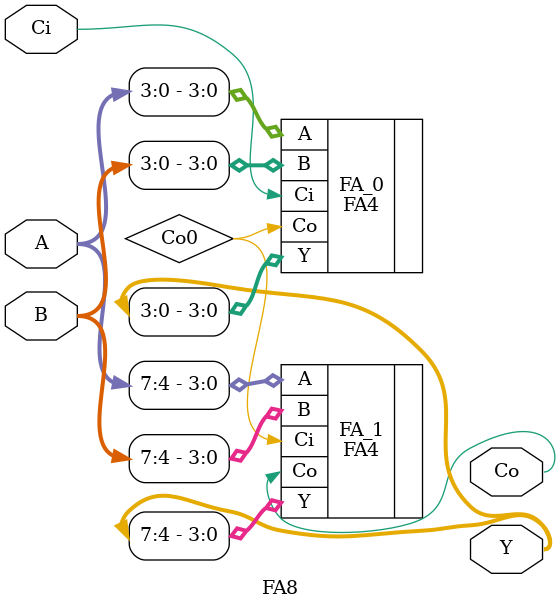
<source format=v>
`timescale 1ns / 1ps
module FA8(A, B, Ci, Y, Co);
input [7:0] A, B;
input Ci;
output [7:0] Y;
output Co;

FA4 FA_1 (.A(A[7:4]), .B(B[7:4]), .Ci(Co0), .Y(Y[7:4]), .Co(Co));
FA4 FA_0 (.A(A[3:0]), .B(B[3:0]), .Ci(Ci), .Y(Y[3:0]), .Co(Co0));

endmodule

</source>
